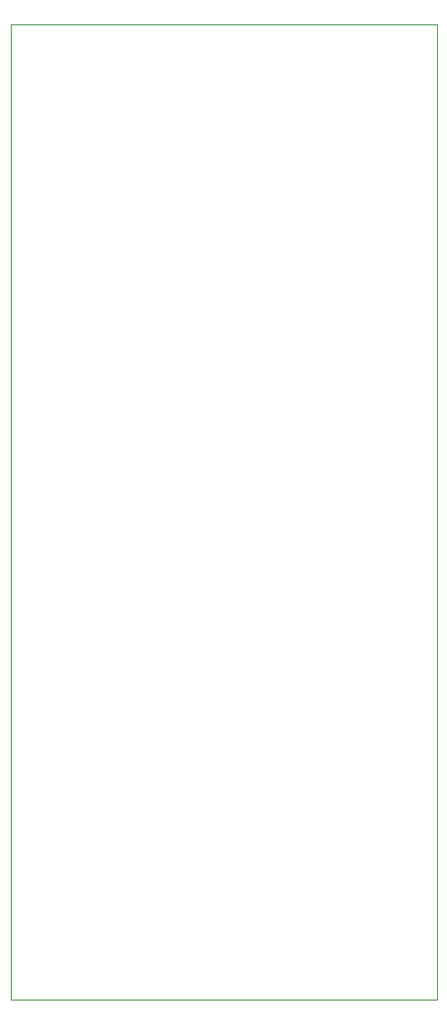
<source format=gm1>
G04 #@! TF.GenerationSoftware,KiCad,Pcbnew,9.0.1+1*
G04 #@! TF.CreationDate,2025-11-12T15:12:09+00:00*
G04 #@! TF.ProjectId,lcd-panel,6c63642d-7061-46e6-956c-2e6b69636164,rev?*
G04 #@! TF.SameCoordinates,Original*
G04 #@! TF.FileFunction,Profile,NP*
%FSLAX46Y46*%
G04 Gerber Fmt 4.6, Leading zero omitted, Abs format (unit mm)*
G04 Created by KiCad (PCBNEW 9.0.1+1) date 2025-11-12 15:12:09*
%MOMM*%
%LPD*%
G01*
G04 APERTURE LIST*
G04 #@! TA.AperFunction,Profile*
%ADD10C,0.050000*%
G04 #@! TD*
G04 APERTURE END LIST*
D10*
X88400000Y-50169999D02*
X88400000Y-141610001D01*
X88400000Y-50169999D02*
X128400000Y-50169999D01*
X88400000Y-141610001D02*
X128400000Y-141610001D01*
X128400000Y-50169999D02*
X128400000Y-141610001D01*
M02*

</source>
